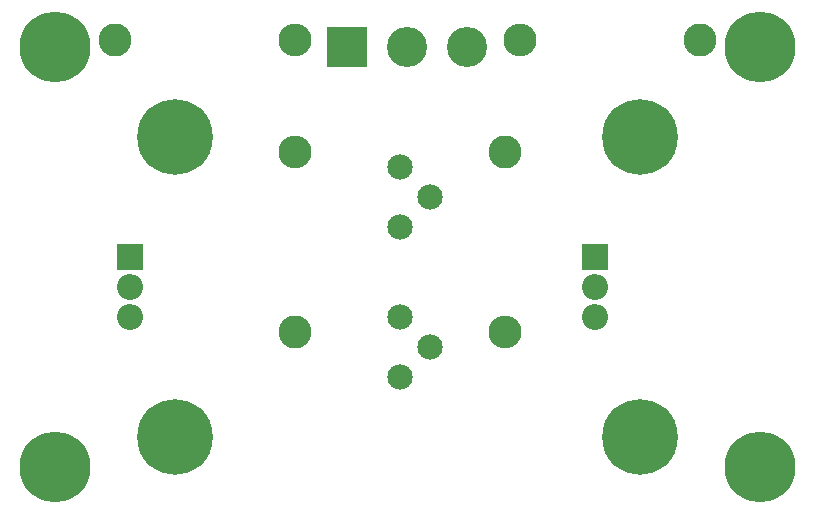
<source format=gbr>
G04 #@! TF.GenerationSoftware,KiCad,Pcbnew,(5.1.4-0-10_14)*
G04 #@! TF.CreationDate,2019-09-24T17:45:29-07:00*
G04 #@! TF.ProjectId,CCS_Tail_x2,4343535f-5461-4696-9c5f-78322e6b6963,3.0*
G04 #@! TF.SameCoordinates,Original*
G04 #@! TF.FileFunction,Soldermask,Bot*
G04 #@! TF.FilePolarity,Negative*
%FSLAX46Y46*%
G04 Gerber Fmt 4.6, Leading zero omitted, Abs format (unit mm)*
G04 Created by KiCad (PCBNEW (5.1.4-0-10_14)) date 2019-09-24 17:45:29*
%MOMM*%
%LPD*%
G04 APERTURE LIST*
%ADD10R,3.400000X3.400000*%
%ADD11C,3.400000*%
%ADD12C,6.000000*%
%ADD13C,2.150000*%
%ADD14C,6.399480*%
%ADD15R,2.200000X2.200000*%
%ADD16O,2.200000X2.200000*%
%ADD17C,2.800000*%
%ADD18O,2.800000X2.800000*%
G04 APERTURE END LIST*
D10*
X141605000Y-93980000D03*
D11*
X146685000Y-93980000D03*
X151765000Y-93980000D03*
D12*
X116840000Y-129540000D03*
X176530000Y-129540000D03*
X176530000Y-93980000D03*
X116840000Y-93980000D03*
D13*
X146050000Y-104140000D03*
X148590000Y-106680000D03*
X146050000Y-109220000D03*
X146050000Y-116840000D03*
X148590000Y-119380000D03*
X146050000Y-121920000D03*
D14*
X127000000Y-101600000D03*
X127000000Y-127000000D03*
D15*
X123190000Y-111760000D03*
D16*
X123190000Y-114300000D03*
X123190000Y-116840000D03*
D15*
X162560000Y-111760000D03*
D16*
X162560000Y-114300000D03*
X162560000Y-116840000D03*
D17*
X121920000Y-93345000D03*
D18*
X137160000Y-93345000D03*
D17*
X137160000Y-118110000D03*
D18*
X137160000Y-102870000D03*
D17*
X171450000Y-93345000D03*
D18*
X156210000Y-93345000D03*
D17*
X154940000Y-102870000D03*
D18*
X154940000Y-118110000D03*
D14*
X166370000Y-101600000D03*
X166370000Y-127000000D03*
M02*

</source>
